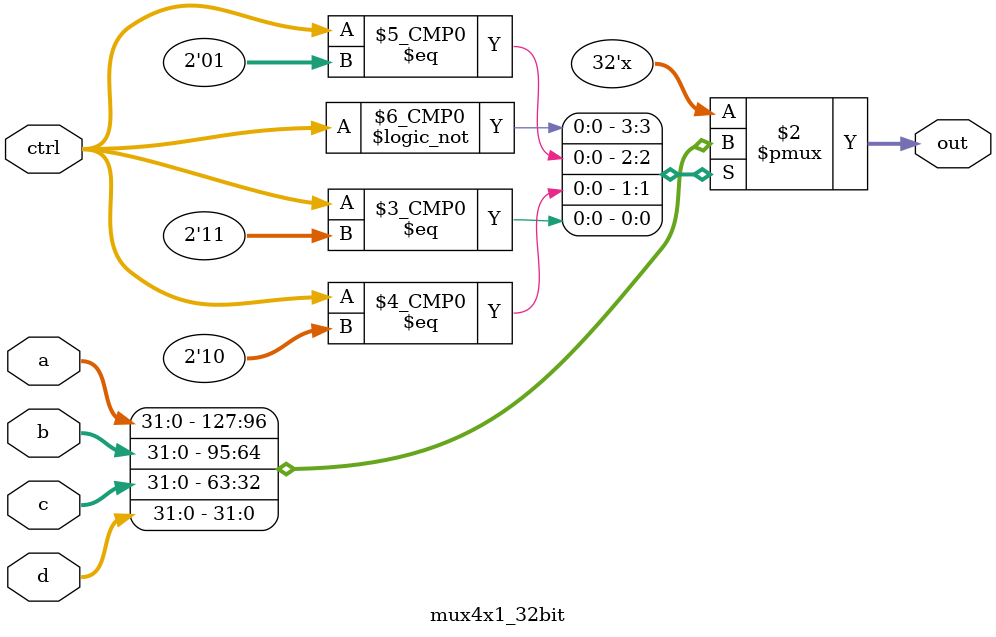
<source format=sv>
module mux4x1_32bit(
    input logic [1:0] ctrl,
    input logic [31:0] a, b, c, d,
    output logic [31:0] out
);

    always_comb begin
        case (ctrl)
            2'b00: out = a;
            2'b01: out = b;
            2'b10: out = c;
            2'b11: out = d;
        endcase
    end

endmodule
</source>
